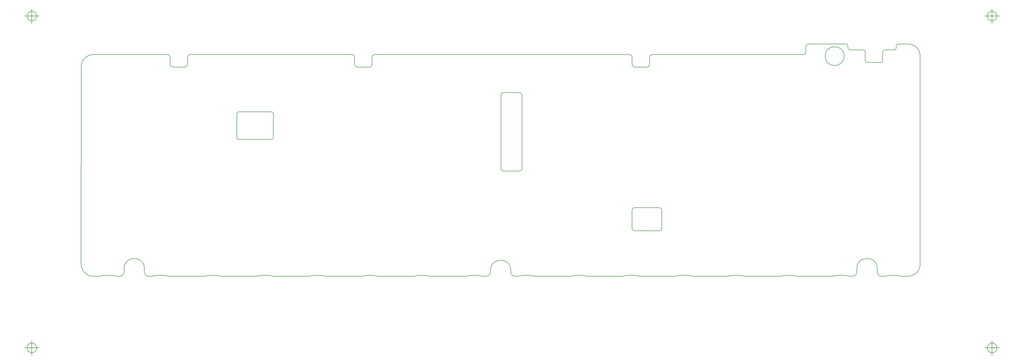
<source format=gbr>
%TF.GenerationSoftware,KiCad,Pcbnew,5.1.9*%
%TF.CreationDate,2021-05-04T07:57:13+02:00*%
%TF.ProjectId,OTTO-Beta-Aux,4f54544f-2d42-4657-9461-2d4175782e6b,rev?*%
%TF.SameCoordinates,Original*%
%TF.FileFunction,Profile,NP*%
%FSLAX46Y46*%
G04 Gerber Fmt 4.6, Leading zero omitted, Abs format (unit mm)*
G04 Created by KiCad (PCBNEW 5.1.9) date 2021-05-04 07:57:13*
%MOMM*%
%LPD*%
G01*
G04 APERTURE LIST*
%TA.AperFunction,Profile*%
%ADD10C,0.150000*%
%TD*%
G04 APERTURE END LIST*
D10*
X48550000Y-17590000D02*
G75*
G02*
X47550000Y-16590000I0J1000000D01*
G01*
X53550000Y-14270000D02*
G75*
G02*
X54550000Y-13270000I1000000J0D01*
G01*
X46550000Y-13270000D02*
G75*
G02*
X47550000Y-14270000I0J-1000000D01*
G01*
X53550000Y-16590000D02*
G75*
G02*
X52550000Y-17590000I-1000000J0D01*
G01*
X48550000Y-17590000D02*
X52550000Y-17590000D01*
X53550000Y-16590000D02*
X53550000Y-14270000D01*
X47550000Y-16590000D02*
X47550000Y-14270000D01*
X111970000Y-17590000D02*
G75*
G02*
X110970000Y-16590000I0J1000000D01*
G01*
X116970000Y-14270000D02*
G75*
G02*
X117970000Y-13270000I1000000J0D01*
G01*
X109970000Y-13270000D02*
G75*
G02*
X110970000Y-14270000I0J-1000000D01*
G01*
X116970000Y-16590000D02*
G75*
G02*
X115970000Y-17590000I-1000000J0D01*
G01*
X111970000Y-17590000D02*
X115970000Y-17590000D01*
X116970000Y-16590000D02*
X116970000Y-14270000D01*
X110970000Y-16590000D02*
X110970000Y-14270000D01*
X205420000Y-13270000D02*
G75*
G02*
X206420000Y-14270000I0J-1000000D01*
G01*
X212420000Y-14270000D02*
G75*
G02*
X213420000Y-13270000I1000000J0D01*
G01*
X212420000Y-16590000D02*
G75*
G02*
X211420000Y-17590000I-1000000J0D01*
G01*
X207420000Y-17590000D02*
G75*
G02*
X206420000Y-16590000I0J1000000D01*
G01*
X297230000Y-10920000D02*
G75*
G02*
X296480000Y-11670000I-750000J0D01*
G01*
X297230000Y-10340000D02*
G75*
G02*
X297980000Y-9590000I750000J0D01*
G01*
X292600000Y-12420000D02*
G75*
G02*
X293350000Y-11670000I750000J0D01*
G01*
X292600000Y-15240000D02*
G75*
G02*
X291850000Y-15990000I-750000J0D01*
G01*
X287350000Y-15990000D02*
G75*
G02*
X286600000Y-15240000I0J750000D01*
G01*
X285850000Y-11670000D02*
G75*
G02*
X286600000Y-12420000I0J-750000D01*
G01*
X281350000Y-11670000D02*
G75*
G02*
X280600000Y-10920000I0J750000D01*
G01*
X279850000Y-9590000D02*
G75*
G02*
X280600000Y-10340000I0J-750000D01*
G01*
X266190000Y-12520000D02*
G75*
G02*
X265440000Y-13270000I-750000J0D01*
G01*
X280600000Y-10920000D02*
X280600000Y-10340000D01*
X266190000Y-10340000D02*
G75*
G02*
X266940000Y-9590000I750000J0D01*
G01*
X292213782Y-89650000D02*
X293222500Y-89650000D01*
X283700000Y-88136218D02*
X283700000Y-87000000D01*
X290700000Y-88136218D02*
X290700000Y-87000000D01*
X281182500Y-89650000D02*
X282186218Y-89650000D01*
X283700000Y-88136218D02*
G75*
G02*
X282186218Y-89650000I-1513782J0D01*
G01*
X283700000Y-87000000D02*
G75*
G02*
X290700000Y-87000000I3500000J0D01*
G01*
X292213782Y-89650000D02*
G75*
G02*
X290700000Y-88136218I0J1513782D01*
G01*
X166211282Y-89650000D02*
X167220000Y-89650000D01*
X157697500Y-88136218D02*
X157697500Y-87600000D01*
X164697500Y-88136218D02*
X164697500Y-87600000D01*
X155180000Y-89650000D02*
X156183718Y-89650000D01*
X157697500Y-88136218D02*
G75*
G02*
X156183718Y-89650000I-1513782J0D01*
G01*
X157697500Y-87600000D02*
G75*
G02*
X164697500Y-87600000I3500000J0D01*
G01*
X166211282Y-89650000D02*
G75*
G02*
X164697500Y-88136218I0J1513782D01*
G01*
X38697500Y-88136218D02*
X38697500Y-87000000D01*
X40211282Y-89650000D02*
X41220000Y-89650000D01*
X40211282Y-89650000D02*
G75*
G02*
X38697500Y-88136218I0J1513782D01*
G01*
X31697500Y-88136218D02*
X31697500Y-87000000D01*
X31697500Y-88136218D02*
G75*
G02*
X30183718Y-89650000I-1513782J0D01*
G01*
X31697500Y-87000000D02*
G75*
G02*
X38697500Y-87000000I3500000J0D01*
G01*
X293220000Y-89650000D02*
G75*
G02*
X299180000Y-89650000I2980000J-11450000D01*
G01*
X299180000Y-89650000D02*
X301220000Y-89650000D01*
X275220000Y-89650000D02*
G75*
G02*
X281180000Y-89650000I2980000J-11450000D01*
G01*
X257220000Y-89650000D02*
G75*
G02*
X263180000Y-89650000I2980000J-11450000D01*
G01*
X263180000Y-89650000D02*
X275220000Y-89650000D01*
X239220000Y-89650000D02*
G75*
G02*
X245180000Y-89650000I2980000J-11450000D01*
G01*
X245180000Y-89650000D02*
X257220000Y-89650000D01*
X221220000Y-89650000D02*
G75*
G02*
X227180000Y-89650000I2980000J-11450000D01*
G01*
X227180000Y-89650000D02*
X239220000Y-89650000D01*
X203220000Y-89650000D02*
G75*
G02*
X209180000Y-89650000I2980000J-11450000D01*
G01*
X209180000Y-89650000D02*
X221220000Y-89650000D01*
X185220000Y-89650000D02*
G75*
G02*
X191180000Y-89650000I2980000J-11450000D01*
G01*
X191180000Y-89650000D02*
X203220000Y-89650000D01*
X167220000Y-89650000D02*
G75*
G02*
X173180000Y-89650000I2980000J-11450000D01*
G01*
X173180000Y-89650000D02*
X185220000Y-89650000D01*
X149220000Y-89650000D02*
G75*
G02*
X155180000Y-89650000I2980000J-11450000D01*
G01*
X131220000Y-89650000D02*
G75*
G02*
X137180000Y-89650000I2980000J-11450000D01*
G01*
X137180000Y-89650000D02*
X149220000Y-89650000D01*
X113220000Y-89650000D02*
G75*
G02*
X119180000Y-89650000I2980000J-11450000D01*
G01*
X119180000Y-89650000D02*
X131220000Y-89650000D01*
X95220000Y-89650000D02*
G75*
G02*
X101180000Y-89650000I2980000J-11450000D01*
G01*
X101180000Y-89650000D02*
X113220000Y-89650000D01*
X77220000Y-89650000D02*
G75*
G02*
X83180000Y-89650000I2980000J-11450000D01*
G01*
X83180000Y-89650000D02*
X95220000Y-89650000D01*
X59220000Y-89650000D02*
G75*
G02*
X65180000Y-89650000I2980000J-11450000D01*
G01*
X65180000Y-89650000D02*
X77220000Y-89650000D01*
X41220000Y-89650000D02*
G75*
G02*
X47180000Y-89650000I2980000J-11450000D01*
G01*
X47180000Y-89650000D02*
X59220000Y-89650000D01*
X23220000Y-89650000D02*
G75*
G02*
X29180000Y-89650000I2980000J-11450000D01*
G01*
X29180000Y-89650000D02*
X30183718Y-89650000D01*
X21180000Y-89650000D02*
X23220000Y-89650000D01*
X305470000Y-85400000D02*
G75*
G02*
X301220000Y-89650000I-4250000J0D01*
G01*
X21180000Y-89650000D02*
G75*
G02*
X16930000Y-85400000I0J4250000D01*
G01*
X16950000Y-17520000D02*
G75*
G02*
X21200000Y-13270000I4250000J0D01*
G01*
X301220000Y-9590000D02*
G75*
G02*
X305470000Y-13840000I0J-4250000D01*
G01*
X16950000Y-17520000D02*
X16930000Y-85400000D01*
X206420000Y-16590000D02*
X206420000Y-14270000D01*
X286600000Y-15240000D02*
X286600000Y-12420000D01*
X285850000Y-11670000D02*
X281350000Y-11670000D01*
X21200000Y-13270000D02*
X46550000Y-13270000D01*
X54550000Y-13270000D02*
X109970000Y-13270000D01*
X292600000Y-15240000D02*
X292600000Y-12420000D01*
X297230000Y-10920000D02*
X297230000Y-10340000D01*
X287350000Y-15990000D02*
X291850000Y-15990000D01*
X212420000Y-16590000D02*
X212420000Y-14270000D01*
X213420000Y-13270000D02*
X265440000Y-13270000D01*
X266190000Y-12520000D02*
X266190000Y-10340000D01*
X207420000Y-17590000D02*
X211420000Y-17590000D01*
X117970000Y-13270000D02*
X201420000Y-13270000D01*
X201420000Y-13270000D02*
X205420000Y-13270000D01*
X266940000Y-9590000D02*
X279850000Y-9590000D01*
X301220000Y-9590000D02*
X297980000Y-9590000D01*
X296480000Y-11670000D02*
X293350000Y-11670000D01*
X216600000Y-73200000D02*
G75*
G02*
X215800000Y-74000000I-800000J0D01*
G01*
X207200000Y-74000000D02*
G75*
G02*
X206400000Y-73200000I0J800000D01*
G01*
X215800000Y-66000000D02*
G75*
G02*
X216600000Y-66800000I0J-800000D01*
G01*
X206400000Y-66800000D02*
G75*
G02*
X207200000Y-66000000I800000J0D01*
G01*
X206400000Y-73200000D02*
X206400000Y-66800000D01*
X215800000Y-74000000D02*
X207200000Y-74000000D01*
X216600000Y-66800000D02*
X216600000Y-73200000D01*
X207200000Y-66000000D02*
X215800000Y-66000000D01*
X71000000Y-42500000D02*
G75*
G02*
X70500000Y-42000000I0J500000D01*
G01*
X70500000Y-33500000D02*
G75*
G02*
X71000000Y-33000000I500000J0D01*
G01*
X82500000Y-33000000D02*
G75*
G02*
X83000000Y-33500000I0J-500000D01*
G01*
X83000000Y-42000000D02*
G75*
G02*
X82500000Y-42500000I-500000J0D01*
G01*
X70500000Y-42000000D02*
X70500000Y-33500000D01*
X82500000Y-42500000D02*
X71000000Y-42500000D01*
X83000000Y-33500000D02*
X83000000Y-42000000D01*
X71000000Y-33000000D02*
X82500000Y-33000000D01*
X279320000Y-13800000D02*
G75*
G03*
X279320000Y-13800000I-3250000J0D01*
G01*
X162050000Y-53386218D02*
G75*
G02*
X161300000Y-52636218I0J750000D01*
G01*
X168500000Y-52636218D02*
G75*
G02*
X167750000Y-53386218I-750000J0D01*
G01*
X161298959Y-27136218D02*
G75*
G02*
X162048959Y-26386218I750000J0D01*
G01*
X167750000Y-26386218D02*
G75*
G02*
X168500000Y-27136218I0J-750000D01*
G01*
X162048959Y-26386218D02*
X167750000Y-26386218D01*
X162050000Y-53386218D02*
X167750000Y-53386218D01*
X161298959Y-27136218D02*
X161300000Y-52636218D01*
X168500000Y-27136218D02*
X168500000Y-52636218D01*
X1666666Y0D02*
G75*
G03*
X1666666Y0I-1666666J0D01*
G01*
X-2500000Y0D02*
X2500000Y0D01*
X0Y2500000D02*
X0Y-2500000D01*
X1666666Y-114300000D02*
G75*
G03*
X1666666Y-114300000I-1666666J0D01*
G01*
X-2500000Y-114300000D02*
X2500000Y-114300000D01*
X0Y-111800000D02*
X0Y-116800000D01*
X331866666Y-114300000D02*
G75*
G03*
X331866666Y-114300000I-1666666J0D01*
G01*
X327700000Y-114300000D02*
X332700000Y-114300000D01*
X330200000Y-111800000D02*
X330200000Y-116800000D01*
X331866666Y0D02*
G75*
G03*
X331866666Y0I-1666666J0D01*
G01*
X327700000Y0D02*
X332700000Y0D01*
X330200000Y2500000D02*
X330200000Y-2500000D01*
X305470000Y-85400000D02*
X305470000Y-13840000D01*
M02*

</source>
